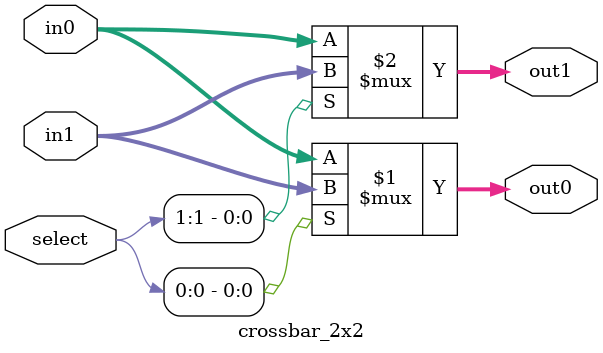
<source format=sv>
module crossbar_2x2 (
    input wire [7:0] in0, in1,    // Input ports
    input wire [1:0] select,      // Selection control (2 bits)
    output wire [7:0] out0, out1  // Output ports
);
    // select[0] controls out0, select[1] controls out1
    assign out0 = select[0] ? in1 : in0;
    assign out1 = select[1] ? in1 : in0;
endmodule
</source>
